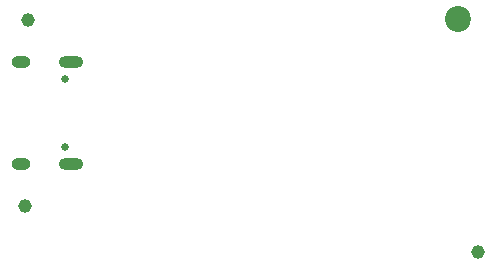
<source format=gbr>
%TF.GenerationSoftware,KiCad,Pcbnew,5.1.9-73d0e3b20d~88~ubuntu20.04.1*%
%TF.CreationDate,2021-02-21T20:05:17+08:00*%
%TF.ProjectId,weather_wifi,77656174-6865-4725-9f77-6966692e6b69,1.0*%
%TF.SameCoordinates,Original*%
%TF.FileFunction,Soldermask,Bot*%
%TF.FilePolarity,Negative*%
%FSLAX46Y46*%
G04 Gerber Fmt 4.6, Leading zero omitted, Abs format (unit mm)*
G04 Created by KiCad (PCBNEW 5.1.9-73d0e3b20d~88~ubuntu20.04.1) date 2021-02-21 20:05:17*
%MOMM*%
%LPD*%
G01*
G04 APERTURE LIST*
%ADD10C,1.152000*%
%ADD11C,2.200000*%
%ADD12O,2.100000X1.000000*%
%ADD13O,1.600000X1.000000*%
%ADD14C,0.650000*%
G04 APERTURE END LIST*
D10*
%TO.C,REF\u002A\u002A*%
X83317080Y-66375280D03*
%TD*%
D11*
%TO.C,REF\u002A\u002A*%
X81602580Y-46690280D03*
%TD*%
D12*
%TO.C,J2*%
X48825000Y-50290000D03*
X48825000Y-58930000D03*
D13*
X44645000Y-50290000D03*
X44645000Y-58930000D03*
D14*
X48325000Y-57500000D03*
X48325000Y-51720000D03*
%TD*%
D10*
%TO.C,SW1*%
X44958000Y-62484000D03*
%TD*%
%TO.C,SW2*%
X45212000Y-46736000D03*
%TD*%
M02*

</source>
